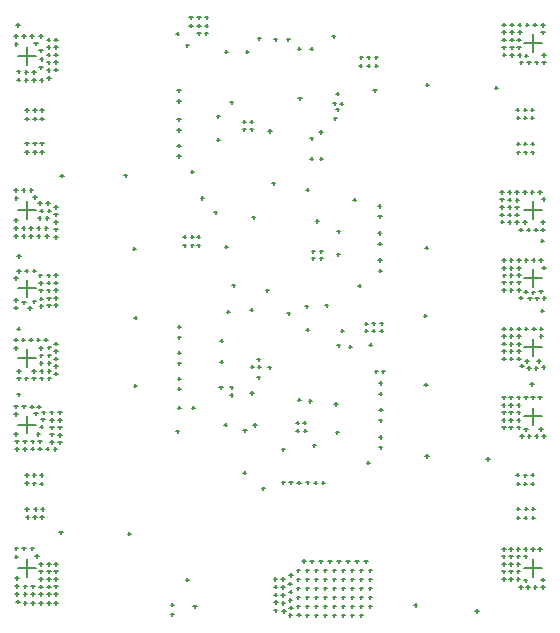
<source format=gbr>
%TF.GenerationSoftware,Altium Limited,Altium Designer,20.2.3 (150)*%
G04 Layer_Color=128*
%FSLAX26Y26*%
%MOIN*%
%TF.SameCoordinates,1E0D65CC-F0FE-4DFC-A0D5-6D9DD74121E6*%
%TF.FilePolarity,Positive*%
%TF.FileFunction,Drillmap*%
%TF.Part,Single*%
G01*
G75*
%TA.AperFunction,NonConductor*%
%ADD57C,0.005000*%
D57*
X1433409Y2011432D02*
X1443409D01*
X1438409Y2006432D02*
Y2016432D01*
X968535Y1095311D02*
X978535D01*
X973535Y1090311D02*
Y1100311D01*
X1092000Y974000D02*
X1102000D01*
X1097000Y969000D02*
Y979000D01*
X1094000Y1008000D02*
X1104000D01*
X1099000Y1003000D02*
Y1013000D01*
X875000Y872000D02*
X885000D01*
X880000Y867000D02*
Y877000D01*
X970000Y1025765D02*
X980000D01*
X975000Y1020765D02*
Y1030765D01*
X1092910Y1033505D02*
X1102910D01*
X1097910Y1028505D02*
Y1038505D01*
X991000Y1192000D02*
X1001000D01*
X996000Y1187000D02*
Y1197000D01*
X1071000Y1009000D02*
X1081000D01*
X1076000Y1004000D02*
Y1014000D01*
X825087Y1711000D02*
X836898D01*
X830992Y1705094D02*
Y1716906D01*
X825087Y1746000D02*
X836898D01*
X830992Y1740094D02*
Y1751906D01*
X825087Y1833000D02*
X836898D01*
X830992Y1827094D02*
Y1838906D01*
X825087Y1930000D02*
X836898D01*
X830992Y1924094D02*
Y1935906D01*
X827000Y872000D02*
X837000D01*
X832000Y867000D02*
Y877000D01*
X823212Y794248D02*
X833212D01*
X828212Y789248D02*
Y799248D01*
X825087Y1895000D02*
X836898D01*
X830992Y1889094D02*
Y1900906D01*
X825087Y1798000D02*
X836898D01*
X830992Y1792094D02*
Y1803906D01*
X827992Y1107000D02*
X837992D01*
X832992Y1102000D02*
Y1112000D01*
X854441Y2081245D02*
X864441D01*
X859441Y2076245D02*
Y2086245D01*
X823254Y2118822D02*
X833254D01*
X828254Y2113822D02*
Y2123822D01*
X985000Y2058008D02*
X995000D01*
X990000Y2053008D02*
Y2063008D01*
X892095Y2120000D02*
X903905D01*
X898000Y2114095D02*
Y2125905D01*
X917095Y2120000D02*
X928905D01*
X923000Y2114095D02*
Y2125905D01*
X866095Y2146000D02*
X877905D01*
X872000Y2140095D02*
Y2151905D01*
X892095Y2146000D02*
X903905D01*
X898000Y2140095D02*
Y2151905D01*
X918095Y2146000D02*
X929905D01*
X924000Y2140095D02*
Y2151905D01*
X865095Y2173000D02*
X876905D01*
X871000Y2167095D02*
Y2178905D01*
X892095Y2173000D02*
X903905D01*
X898000Y2167095D02*
Y2178905D01*
X918095Y2173000D02*
X929905D01*
X924000Y2167095D02*
Y2178905D01*
X1370652Y1128439D02*
X1380652D01*
X1375652Y1123439D02*
Y1133439D01*
X1128557Y1007171D02*
X1138557D01*
X1133557Y1002171D02*
Y1012171D01*
X1003141Y1891300D02*
X1013141D01*
X1008141Y1886300D02*
Y1896300D01*
X1129094Y1795000D02*
X1140906D01*
X1135000Y1789094D02*
Y1800906D01*
X1055000Y2058008D02*
X1065000D01*
X1060000Y2053008D02*
Y2063008D01*
X1076440Y1507737D02*
X1086440D01*
X1081440Y1502737D02*
Y1512737D01*
X1229094Y1903000D02*
X1240906D01*
X1235000Y1897094D02*
Y1908906D01*
X1345462Y1887735D02*
X1355462D01*
X1350462Y1882735D02*
Y1892735D01*
X1359000Y1080000D02*
X1369000D01*
X1364000Y1075000D02*
Y1085000D01*
X1001095Y915000D02*
X1012905D01*
X1007000Y909095D02*
Y920905D01*
X1001095Y939992D02*
X1012905D01*
X1007000Y934087D02*
Y945898D01*
X1069213Y920519D02*
X1081024D01*
X1075118Y914614D02*
Y926425D01*
X1307471Y622953D02*
X1319282D01*
X1313376Y617047D02*
Y628858D01*
X1281333Y622788D02*
X1293144D01*
X1287239Y616882D02*
Y628693D01*
X1254411Y623073D02*
X1266222D01*
X1260316Y617167D02*
Y628978D01*
X1226699Y622772D02*
X1238510D01*
X1232605Y616866D02*
Y628677D01*
X1200042Y623525D02*
X1211853D01*
X1205948Y617619D02*
Y629430D01*
X1173536Y623073D02*
X1185347D01*
X1179441Y617167D02*
Y628978D01*
X1494921Y1545000D02*
X1506732D01*
X1500827Y1539094D02*
Y1550906D01*
X1495921Y1364000D02*
X1507732D01*
X1501827Y1358094D02*
Y1369906D01*
X1494921Y1454000D02*
X1506732D01*
X1500827Y1448094D02*
Y1459906D01*
X904095Y1571984D02*
X915905D01*
X910000Y1566079D02*
Y1577890D01*
X949808Y1523156D02*
X959808D01*
X954808Y1518156D02*
Y1528156D01*
X1342000Y2111000D02*
X1352000D01*
X1347000Y2106000D02*
Y2116000D01*
X2039094Y299000D02*
X2050905D01*
X2045000Y293094D02*
Y304906D01*
X1981094Y297000D02*
X1992906D01*
X1987000Y291094D02*
Y302906D01*
X2039094Y274000D02*
X2050905D01*
X2045000Y268094D02*
Y279906D01*
X2014094Y274000D02*
X2025906D01*
X2020000Y268094D02*
Y279906D01*
X1990094Y274000D02*
X2001906D01*
X1996000Y268094D02*
Y279906D01*
X1966094Y274000D02*
X1977906D01*
X1972000Y268094D02*
Y279906D01*
X1957094Y302000D02*
X1968906D01*
X1963000Y296094D02*
Y307906D01*
X1933094Y302000D02*
X1944906D01*
X1939000Y296094D02*
Y307906D01*
X1957094Y327000D02*
X1968906D01*
X1963000Y321094D02*
Y332906D01*
X1933094Y327000D02*
X1944906D01*
X1939000Y321094D02*
Y332906D01*
X1957094Y352000D02*
X1968906D01*
X1963000Y346094D02*
Y357906D01*
X1933094Y352000D02*
X1944906D01*
X1939000Y346094D02*
Y357906D01*
X1981094Y377000D02*
X1992906D01*
X1987000Y371094D02*
Y382906D01*
X1957094Y377000D02*
X1968906D01*
X1963000Y371094D02*
Y382906D01*
X1933094Y377000D02*
X1944906D01*
X1939000Y371094D02*
Y382906D01*
X2029094Y402000D02*
X2040906D01*
X2035000Y396094D02*
Y407906D01*
X2005094Y402000D02*
X2016906D01*
X2011000Y396094D02*
Y407906D01*
X1981094Y402000D02*
X1992906D01*
X1987000Y396094D02*
Y407906D01*
X1957094Y402000D02*
X1968906D01*
X1963000Y396094D02*
Y407906D01*
X1933094Y402000D02*
X1944906D01*
X1939000Y396094D02*
Y407906D01*
X1908094Y377000D02*
X1919906D01*
X1914000Y371094D02*
Y382906D01*
X1908094Y327000D02*
X1919906D01*
X1914000Y321094D02*
Y332906D01*
X1908362Y302000D02*
X1920173D01*
X1914268Y296094D02*
Y307906D01*
X1908362Y352000D02*
X1920173D01*
X1914268Y346094D02*
Y357906D01*
X2030094Y907000D02*
X2041906D01*
X2036000Y901095D02*
Y912905D01*
X2006094Y907000D02*
X2017906D01*
X2012000Y901095D02*
Y912905D01*
X1982094Y907000D02*
X1993906D01*
X1988000Y901095D02*
Y912905D01*
X2032094Y801000D02*
X2043906D01*
X2038000Y795095D02*
Y806905D01*
X1982094Y800000D02*
X1993906D01*
X1988000Y794095D02*
Y805905D01*
X2043094Y778000D02*
X2054905D01*
X2049000Y772095D02*
Y783905D01*
X2018094Y778000D02*
X2029906D01*
X2024000Y772095D02*
Y783905D01*
X1994094Y778000D02*
X2005906D01*
X2000000Y772095D02*
Y783905D01*
X1970094Y778000D02*
X1981906D01*
X1976000Y772095D02*
Y783905D01*
X1958094Y807000D02*
X1969906D01*
X1964000Y801095D02*
Y812905D01*
X1958094Y832000D02*
X1969906D01*
X1964000Y826095D02*
Y837905D01*
X1958094Y857000D02*
X1969906D01*
X1964000Y851095D02*
Y862905D01*
X1958094Y882000D02*
X1969906D01*
X1964000Y876095D02*
Y887905D01*
X1958094Y907000D02*
X1969906D01*
X1964000Y901095D02*
Y912905D01*
X1933094Y907000D02*
X1944906D01*
X1939000Y901095D02*
Y912905D01*
X1933094Y882000D02*
X1944906D01*
X1939000Y876095D02*
Y887905D01*
X1933094Y857000D02*
X1944906D01*
X1939000Y851095D02*
Y862905D01*
X1933094Y832000D02*
X1944906D01*
X1939000Y826095D02*
Y837905D01*
X1933094Y807000D02*
X1944906D01*
X1939000Y801095D02*
Y812905D01*
X1908094Y832000D02*
X1919906D01*
X1914000Y826095D02*
Y837905D01*
X1908094Y882000D02*
X1919906D01*
X1914000Y876095D02*
Y887905D01*
X1908362Y807000D02*
X1920173D01*
X1914268Y801095D02*
Y812905D01*
X1908362Y907000D02*
X1920173D01*
X1914268Y901095D02*
Y912905D01*
X2026507Y1028761D02*
X2038318D01*
X2032413Y1022855D02*
Y1034666D01*
X1986288Y1028812D02*
X1998099D01*
X1992194Y1022906D02*
Y1034717D01*
X2041239Y1008319D02*
X2053050D01*
X2047145Y1002414D02*
Y1014225D01*
X2017267Y1005244D02*
X2029078D01*
X2023172Y999338D02*
Y1011149D01*
X1992112Y1005409D02*
X2003924D01*
X1998018Y999503D02*
Y1011314D01*
X2034094Y1112000D02*
X2045906D01*
X2040000Y1106094D02*
Y1117906D01*
X1968541Y1012414D02*
X1980352D01*
X1974447Y1006509D02*
Y1018320D01*
X1960094Y1036000D02*
X1971906D01*
X1966000Y1030094D02*
Y1041906D01*
X1934094Y1036000D02*
X1945906D01*
X1940000Y1030094D02*
Y1041906D01*
X1959094Y1061000D02*
X1970906D01*
X1965000Y1055094D02*
Y1066906D01*
X1934094Y1061000D02*
X1945906D01*
X1940000Y1055094D02*
Y1066906D01*
X1959094Y1085000D02*
X1970906D01*
X1965000Y1079094D02*
Y1090906D01*
X1934094Y1085000D02*
X1945906D01*
X1940000Y1079094D02*
Y1090906D01*
X1959094Y1111000D02*
X1970906D01*
X1965000Y1105094D02*
Y1116906D01*
X1934094Y1111000D02*
X1945906D01*
X1940000Y1105094D02*
Y1116906D01*
X2034094Y1136000D02*
X2045906D01*
X2040000Y1130094D02*
Y1141906D01*
X2009094Y1136000D02*
X2020906D01*
X2015000Y1130094D02*
Y1141906D01*
X1984094Y1136000D02*
X1995906D01*
X1990000Y1130094D02*
Y1141906D01*
X1959094Y1136000D02*
X1970906D01*
X1965000Y1130094D02*
Y1141906D01*
X1934094Y1136000D02*
X1945906D01*
X1940000Y1130094D02*
Y1141906D01*
X1909094Y1061000D02*
X1920906D01*
X1915000Y1055094D02*
Y1066906D01*
X1909094Y1111000D02*
X1920906D01*
X1915000Y1105094D02*
Y1116906D01*
X1909362Y1036000D02*
X1921173D01*
X1915268Y1030094D02*
Y1041906D01*
X1909362Y1136000D02*
X1921173D01*
X1915268Y1130094D02*
Y1141906D01*
X1909362Y1086000D02*
X1921173D01*
X1915268Y1080094D02*
Y1091906D01*
X2042094Y1339000D02*
X2053905D01*
X2048000Y1333094D02*
Y1344906D01*
X2032094Y1260000D02*
X2043906D01*
X2038000Y1254094D02*
Y1265906D01*
X2007094Y1257000D02*
X2018906D01*
X2013000Y1251094D02*
Y1262906D01*
X2044094Y1238000D02*
X2055905D01*
X2050000Y1232094D02*
Y1243906D01*
X2020094Y1237000D02*
X2031906D01*
X2026000Y1231094D02*
Y1242906D01*
X1995094Y1237000D02*
X2006906D01*
X2001000Y1231094D02*
Y1242906D01*
X1983094Y1259000D02*
X1994906D01*
X1989000Y1253094D02*
Y1264906D01*
X1966094Y1239000D02*
X1977906D01*
X1972000Y1233094D02*
Y1244906D01*
X1959094Y1264000D02*
X1970906D01*
X1965000Y1258094D02*
Y1269906D01*
X1934094Y1264000D02*
X1945906D01*
X1940000Y1258094D02*
Y1269906D01*
X1959094Y1290000D02*
X1970906D01*
X1965000Y1284094D02*
Y1295906D01*
X1934094Y1290000D02*
X1945906D01*
X1940000Y1284094D02*
Y1295906D01*
X1959094Y1314000D02*
X1970906D01*
X1965000Y1308094D02*
Y1319906D01*
X1934094Y1314000D02*
X1945906D01*
X1940000Y1308094D02*
Y1319906D01*
X1959094Y1338000D02*
X1970906D01*
X1965000Y1332094D02*
Y1343906D01*
X1934094Y1338000D02*
X1945906D01*
X1940000Y1332094D02*
Y1343906D01*
X2032094Y1364000D02*
X2043906D01*
X2038000Y1358094D02*
Y1369906D01*
X2008094Y1364000D02*
X2019906D01*
X2014000Y1358094D02*
Y1369906D01*
X1984094Y1364000D02*
X1995906D01*
X1990000Y1358094D02*
Y1369906D01*
X1959094Y1364000D02*
X1970906D01*
X1965000Y1358094D02*
Y1369906D01*
X1934094Y1364000D02*
X1945906D01*
X1940000Y1358094D02*
Y1369906D01*
X1909094Y1290000D02*
X1920906D01*
X1915000Y1284094D02*
Y1295906D01*
X1910094Y1338000D02*
X1921906D01*
X1916000Y1332094D02*
Y1343906D01*
X1909362Y1364000D02*
X1921173D01*
X1915268Y1358094D02*
Y1369906D01*
X1909362Y1264000D02*
X1921173D01*
X1915268Y1258094D02*
Y1269906D01*
X2041094Y1568000D02*
X2052905D01*
X2047000Y1562094D02*
Y1573906D01*
X1979094Y1491000D02*
X1990906D01*
X1985000Y1485094D02*
Y1496906D01*
X2040094Y1492000D02*
X2051905D01*
X2046000Y1486094D02*
Y1497906D01*
X2040094Y1466000D02*
X2051905D01*
X2046000Y1460094D02*
Y1471906D01*
X2015094Y1466000D02*
X2026906D01*
X2021000Y1460094D02*
Y1471906D01*
X1991094Y1466000D02*
X2002906D01*
X1997000Y1460094D02*
Y1471906D01*
X1966094Y1466000D02*
X1977906D01*
X1972000Y1460094D02*
Y1471906D01*
X1953094Y1491000D02*
X1964906D01*
X1959000Y1485094D02*
Y1496906D01*
X1928094Y1492000D02*
X1939906D01*
X1934000Y1486094D02*
Y1497906D01*
X1953094Y1516000D02*
X1964906D01*
X1959000Y1510094D02*
Y1521906D01*
X1928094Y1516000D02*
X1939906D01*
X1934000Y1510094D02*
Y1521906D01*
X1953094Y1540000D02*
X1964906D01*
X1959000Y1534094D02*
Y1545906D01*
X1928094Y1541000D02*
X1939906D01*
X1934000Y1535094D02*
Y1546906D01*
X1954094Y1565000D02*
X1965906D01*
X1960000Y1559094D02*
Y1570906D01*
X1928094Y1566000D02*
X1939906D01*
X1934000Y1560094D02*
Y1571906D01*
X2029094Y1592000D02*
X2040906D01*
X2035000Y1586094D02*
Y1597906D01*
X2004094Y1592000D02*
X2015906D01*
X2010000Y1586094D02*
Y1597906D01*
X1979094Y1592000D02*
X1990906D01*
X1985000Y1586094D02*
Y1597906D01*
X1953094Y1592000D02*
X1964906D01*
X1959000Y1586094D02*
Y1597906D01*
X1928094Y1592000D02*
X1939906D01*
X1934000Y1586094D02*
Y1597906D01*
X1903094Y1516000D02*
X1914906D01*
X1909000Y1510094D02*
Y1521906D01*
X1903094Y1567000D02*
X1914906D01*
X1909000Y1561094D02*
Y1572906D01*
X1904142Y1492000D02*
X1914142D01*
X1909142Y1487000D02*
Y1497000D01*
X1903236Y1542000D02*
X1915047D01*
X1909142Y1536094D02*
Y1547906D01*
X1903236Y1592000D02*
X1915047D01*
X1909142Y1586094D02*
Y1597906D01*
X1908362Y402000D02*
X1920173D01*
X1914268Y396094D02*
Y407906D01*
X2002075Y950868D02*
X2013886D01*
X2007980Y944962D02*
Y956773D01*
X2040094Y2123000D02*
X2051905D01*
X2046000Y2117095D02*
Y2128905D01*
X1984094Y2046000D02*
X1995906D01*
X1990000Y2040094D02*
Y2051905D01*
X2043094Y2048000D02*
X2054905D01*
X2049000Y2042094D02*
Y2053905D01*
X2043094Y2023000D02*
X2054905D01*
X2049000Y2017094D02*
Y2028906D01*
X2018094Y2023000D02*
X2029906D01*
X2024000Y2017094D02*
Y2028906D01*
X1993094Y2023000D02*
X2004906D01*
X1999000Y2017094D02*
Y2028906D01*
X1967094Y2023000D02*
X1978906D01*
X1973000Y2017094D02*
Y2028906D01*
X1961094Y2048000D02*
X1972906D01*
X1967000Y2042094D02*
Y2053905D01*
X1936094Y2048000D02*
X1947906D01*
X1942000Y2042094D02*
Y2053905D01*
X1960094Y2073000D02*
X1971906D01*
X1966000Y2067095D02*
Y2078905D01*
X1935094Y2073000D02*
X1946906D01*
X1941000Y2067095D02*
Y2078905D01*
X1959094Y2099000D02*
X1970906D01*
X1965000Y2093095D02*
Y2104905D01*
X1935094Y2099000D02*
X1946906D01*
X1941000Y2093095D02*
Y2104905D01*
X1962094Y2124000D02*
X1973906D01*
X1968000Y2118095D02*
Y2129905D01*
X1935094Y2124000D02*
X1946906D01*
X1941000Y2118095D02*
Y2129905D01*
X2039094Y2148000D02*
X2050905D01*
X2045000Y2142095D02*
Y2153905D01*
X2013094Y2149000D02*
X2024906D01*
X2019000Y2143095D02*
Y2154905D01*
X1987094Y2149000D02*
X1998906D01*
X1993000Y2143095D02*
Y2154905D01*
X1961094Y2149000D02*
X1972906D01*
X1967000Y2143095D02*
Y2154905D01*
X1935094Y2149000D02*
X1946906D01*
X1941000Y2143095D02*
Y2154905D01*
X1909094Y2073000D02*
X1920906D01*
X1915000Y2067095D02*
Y2078905D01*
X1910094Y2124000D02*
X1921906D01*
X1916000Y2118095D02*
Y2129905D01*
X1909362Y2149000D02*
X1921173D01*
X1915268Y2143095D02*
Y2154905D01*
X1909362Y2099000D02*
X1921173D01*
X1915268Y2093095D02*
Y2104905D01*
X352094Y378000D02*
X363906D01*
X358000Y372094D02*
Y383906D01*
X337094Y403000D02*
X348906D01*
X343000Y397094D02*
Y408906D01*
X310094Y403000D02*
X321906D01*
X316000Y397094D02*
Y408906D01*
X284094Y403000D02*
X295906D01*
X290000Y397094D02*
Y408906D01*
X284094Y376000D02*
X295906D01*
X290000Y370094D02*
Y381906D01*
X286094Y304000D02*
X297906D01*
X292000Y298094D02*
Y309906D01*
X289094Y226000D02*
X300906D01*
X295000Y220095D02*
Y231905D01*
X286094Y252000D02*
X297906D01*
X292000Y246095D02*
Y257906D01*
X286094Y278000D02*
X297906D01*
X292000Y272094D02*
Y283906D01*
X314094Y277000D02*
X325906D01*
X320000Y271094D02*
Y282906D01*
X340094Y277000D02*
X351906D01*
X346000Y271094D02*
Y282906D01*
X340094Y251000D02*
X351906D01*
X346000Y245095D02*
Y256906D01*
X314094Y251000D02*
X325906D01*
X320000Y245095D02*
Y256906D01*
X314094Y221000D02*
X325906D01*
X320000Y215095D02*
Y226905D01*
X340094Y221000D02*
X351906D01*
X346000Y215095D02*
Y226905D01*
X366094Y221000D02*
X377906D01*
X372000Y215095D02*
Y226905D01*
X366094Y251000D02*
X377906D01*
X372000Y245095D02*
Y256906D01*
X366094Y276000D02*
X377906D01*
X372000Y270094D02*
Y281906D01*
X366094Y302000D02*
X377906D01*
X372000Y296094D02*
Y307906D01*
X366094Y327000D02*
X377906D01*
X372000Y321094D02*
Y332906D01*
X392094Y221000D02*
X403906D01*
X398000Y215095D02*
Y226905D01*
X392233Y251673D02*
X404044D01*
X398138Y245768D02*
Y257579D01*
X392094Y276000D02*
X403906D01*
X398000Y270094D02*
Y281906D01*
X392094Y302000D02*
X403906D01*
X398000Y296094D02*
Y307906D01*
X392094Y327000D02*
X403906D01*
X398000Y321094D02*
Y332906D01*
X366094Y352000D02*
X377906D01*
X372000Y346094D02*
Y357906D01*
X392094Y352000D02*
X403906D01*
X398000Y346094D02*
Y357906D01*
X416094Y327000D02*
X427906D01*
X422000Y321094D02*
Y332906D01*
X416094Y277000D02*
X427906D01*
X422000Y271094D02*
Y282906D01*
X416094Y221000D02*
X427906D01*
X422000Y215095D02*
Y226905D01*
X416095Y252000D02*
X427906D01*
X422000Y246095D02*
Y257906D01*
X416095Y302000D02*
X427906D01*
X422000Y296094D02*
Y307906D01*
X416095Y352000D02*
X427906D01*
X422000Y346094D02*
Y357906D01*
X1413000Y1565000D02*
X1423000D01*
X1418000Y1560000D02*
Y1570000D01*
X1479094Y1930000D02*
X1490906D01*
X1485000Y1924094D02*
Y1935906D01*
X1252385Y1210576D02*
X1262385D01*
X1257385Y1205576D02*
Y1215576D01*
X1192407Y1187208D02*
X1202407D01*
X1197407Y1182208D02*
Y1192208D01*
X1255386Y1598765D02*
X1265386D01*
X1260386Y1593765D02*
Y1603765D01*
X1274000Y1394000D02*
X1284000D01*
X1279000Y1389000D02*
Y1399000D01*
X1274000Y1370000D02*
X1284000D01*
X1279000Y1365000D02*
Y1375000D01*
X349094Y853000D02*
X360906D01*
X355000Y847095D02*
Y858905D01*
X359094Y876000D02*
X370906D01*
X365000Y870095D02*
Y881905D01*
X335094Y876000D02*
X346906D01*
X341000Y870095D02*
Y881905D01*
X309094Y877000D02*
X320906D01*
X315000Y871095D02*
Y882905D01*
X282094Y877000D02*
X293906D01*
X288000Y871095D02*
Y882905D01*
X283094Y851000D02*
X294906D01*
X289000Y845095D02*
Y856905D01*
X372094Y833000D02*
X383906D01*
X378000Y827095D02*
Y838905D01*
X368094Y809000D02*
X379906D01*
X374000Y803095D02*
Y814905D01*
X357094Y785000D02*
X368906D01*
X363000Y779095D02*
Y790905D01*
X282094Y784000D02*
X293906D01*
X288000Y778095D02*
Y789905D01*
X363094Y760000D02*
X374906D01*
X369000Y754095D02*
Y765905D01*
X338094Y760000D02*
X349906D01*
X344000Y754095D02*
Y765905D01*
X312094Y760000D02*
X323906D01*
X318000Y754095D02*
Y765905D01*
X286094Y760000D02*
X297906D01*
X292000Y754095D02*
Y765905D01*
X286094Y735000D02*
X297906D01*
X292000Y729095D02*
Y740905D01*
X312094Y735000D02*
X323906D01*
X318000Y729095D02*
Y740905D01*
X338094Y736000D02*
X349906D01*
X344000Y730095D02*
Y741905D01*
X363094Y736000D02*
X374906D01*
X369000Y730095D02*
Y741905D01*
X414094Y735000D02*
X425906D01*
X420000Y729095D02*
Y740905D01*
X388094Y736000D02*
X399906D01*
X394000Y730095D02*
Y741905D01*
X402094Y758000D02*
X413906D01*
X408000Y752095D02*
Y763905D01*
X402094Y783000D02*
X413906D01*
X408000Y777095D02*
Y788905D01*
X402094Y807000D02*
X413906D01*
X408000Y801095D02*
Y812905D01*
X402094Y831000D02*
X413906D01*
X408000Y825095D02*
Y836905D01*
X401094Y857000D02*
X412906D01*
X407000Y851095D02*
Y862905D01*
X374933Y857028D02*
X386744D01*
X380839Y851123D02*
Y862934D01*
X430094Y782000D02*
X441906D01*
X436000Y776095D02*
Y787905D01*
X430094Y832000D02*
X441906D01*
X436000Y826095D02*
Y837905D01*
X429685Y757000D02*
X441496D01*
X435590Y751095D02*
Y762905D01*
X429685Y807000D02*
X441496D01*
X435590Y801095D02*
Y812905D01*
X429685Y857000D02*
X441496D01*
X435590Y851095D02*
Y862905D01*
X383094Y1099000D02*
X394906D01*
X389000Y1093094D02*
Y1104906D01*
X357094Y1099000D02*
X368906D01*
X363000Y1093094D02*
Y1104906D01*
X332094Y1099000D02*
X343906D01*
X338000Y1093094D02*
Y1104906D01*
X307094Y1099000D02*
X318906D01*
X313000Y1093094D02*
Y1104906D01*
X282094Y1099000D02*
X293906D01*
X288000Y1093094D02*
Y1104906D01*
X283094Y1072000D02*
X294906D01*
X289000Y1066094D02*
Y1077906D01*
X283094Y1072000D02*
X294906D01*
X289000Y1066094D02*
Y1077906D01*
X394094Y1073000D02*
X405906D01*
X400000Y1067094D02*
Y1078906D01*
X366094Y1072000D02*
X377906D01*
X372000Y1066094D02*
Y1077906D01*
X366094Y1072000D02*
X377906D01*
X372000Y1066094D02*
Y1077906D01*
X394094Y1047000D02*
X405906D01*
X400000Y1041094D02*
Y1052906D01*
X367094Y1047000D02*
X378906D01*
X373000Y1041094D02*
Y1052906D01*
X394094Y1021000D02*
X405906D01*
X400000Y1015095D02*
Y1026906D01*
X367094Y1021000D02*
X378906D01*
X373000Y1015095D02*
Y1026906D01*
X394094Y995000D02*
X405906D01*
X400000Y989095D02*
Y1000905D01*
X368094Y995000D02*
X379906D01*
X374000Y989095D02*
Y1000905D01*
X342094Y995000D02*
X353906D01*
X348000Y989095D02*
Y1000905D01*
X293094Y995000D02*
X304906D01*
X299000Y989095D02*
Y1000905D01*
X292094Y970000D02*
X303906D01*
X298000Y964095D02*
Y975905D01*
X317094Y970000D02*
X328906D01*
X323000Y964095D02*
Y975905D01*
X342094Y970000D02*
X353906D01*
X348000Y964095D02*
Y975905D01*
X368094Y970000D02*
X379906D01*
X374000Y964095D02*
Y975905D01*
X394094Y970000D02*
X405906D01*
X400000Y964095D02*
Y975905D01*
X416094Y1011000D02*
X427906D01*
X422000Y1005095D02*
Y1016905D01*
X416094Y1061000D02*
X427906D01*
X422000Y1055094D02*
Y1066906D01*
X416173Y986000D02*
X427984D01*
X422079Y980095D02*
Y991905D01*
X416173Y1036000D02*
X427984D01*
X422079Y1030094D02*
Y1041906D01*
X416173Y1086000D02*
X427984D01*
X422079Y1080094D02*
Y1091906D01*
X366094Y1288000D02*
X377906D01*
X372000Y1282094D02*
Y1293906D01*
X329094Y1204000D02*
X340906D01*
X335000Y1198094D02*
Y1209906D01*
X282094Y1206000D02*
X293906D01*
X288000Y1200094D02*
Y1211906D01*
X310094Y1223000D02*
X321906D01*
X316000Y1217094D02*
Y1228906D01*
X344094Y1227000D02*
X355906D01*
X350000Y1221094D02*
Y1232906D01*
X282094Y1232000D02*
X293906D01*
X288000Y1226094D02*
Y1237906D01*
X282094Y1304000D02*
X293906D01*
X288000Y1298094D02*
Y1309906D01*
X292094Y1328000D02*
X303906D01*
X298000Y1322094D02*
Y1333906D01*
X318094Y1329000D02*
X329906D01*
X324000Y1323094D02*
Y1334906D01*
X344094Y1329000D02*
X355906D01*
X350000Y1323094D02*
Y1334906D01*
X367094Y1212000D02*
X378906D01*
X373000Y1206094D02*
Y1217906D01*
X367094Y1236000D02*
X378906D01*
X373000Y1230094D02*
Y1241906D01*
X392094Y1213000D02*
X403906D01*
X398000Y1207094D02*
Y1218906D01*
X392094Y1237000D02*
X403906D01*
X398000Y1231094D02*
Y1242906D01*
X366094Y1263000D02*
X377906D01*
X372000Y1257094D02*
Y1268906D01*
X391094Y1263000D02*
X402906D01*
X397000Y1257094D02*
Y1268906D01*
X391094Y1289000D02*
X402906D01*
X397000Y1283094D02*
Y1294906D01*
X364094Y1313000D02*
X375906D01*
X370000Y1307094D02*
Y1318906D01*
X391094Y1313000D02*
X402906D01*
X397000Y1307094D02*
Y1318906D01*
X416094Y1289000D02*
X427906D01*
X422000Y1283094D02*
Y1294906D01*
X416094Y1238000D02*
X427906D01*
X422000Y1232094D02*
Y1243906D01*
X416095Y1214000D02*
X427906D01*
X422000Y1208094D02*
Y1219906D01*
X416095Y1264000D02*
X427906D01*
X422000Y1258094D02*
Y1269906D01*
X416095Y1314000D02*
X427906D01*
X422000Y1308094D02*
Y1319906D01*
X384094Y1471000D02*
X395906D01*
X390000Y1465094D02*
Y1476906D01*
X358094Y1471000D02*
X369906D01*
X364000Y1465094D02*
Y1476906D01*
X333094Y1471000D02*
X344906D01*
X339000Y1465094D02*
Y1476906D01*
X308094Y1471000D02*
X319906D01*
X314000Y1465094D02*
Y1476906D01*
X385094Y1444000D02*
X396906D01*
X391000Y1438094D02*
Y1449906D01*
X358094Y1444000D02*
X369906D01*
X364000Y1438094D02*
Y1449906D01*
X333094Y1444000D02*
X344906D01*
X339000Y1438094D02*
Y1449906D01*
X308094Y1444000D02*
X319906D01*
X314000Y1438094D02*
Y1449906D01*
X283094Y1444000D02*
X294906D01*
X289000Y1438094D02*
Y1449906D01*
X283094Y1471000D02*
X294906D01*
X289000Y1465094D02*
Y1476906D01*
X283094Y1498000D02*
X294906D01*
X289000Y1492094D02*
Y1503906D01*
X387094Y1504000D02*
X398906D01*
X393000Y1498094D02*
Y1509906D01*
X361094Y1504000D02*
X372906D01*
X367000Y1498094D02*
Y1509906D01*
X394094Y1529000D02*
X405906D01*
X400000Y1523094D02*
Y1534906D01*
X368094Y1529000D02*
X379906D01*
X374000Y1523094D02*
Y1534906D01*
X390094Y1554000D02*
X401906D01*
X396000Y1548094D02*
Y1559906D01*
X363094Y1555000D02*
X374906D01*
X369000Y1549094D02*
Y1560906D01*
X345094Y1574000D02*
X356906D01*
X351000Y1568094D02*
Y1579906D01*
X284094Y1571000D02*
X295906D01*
X290000Y1565094D02*
Y1576906D01*
X334094Y1598000D02*
X345906D01*
X340000Y1592094D02*
Y1603906D01*
X308094Y1598000D02*
X319906D01*
X314000Y1592094D02*
Y1603906D01*
X283094Y1598000D02*
X294906D01*
X289000Y1592094D02*
Y1603906D01*
X416094Y1517000D02*
X427906D01*
X422000Y1511094D02*
Y1522906D01*
X416094Y1467000D02*
X427906D01*
X422000Y1461094D02*
Y1472906D01*
X416095Y1442000D02*
X427906D01*
X422000Y1436094D02*
Y1447906D01*
X416095Y1492000D02*
X427906D01*
X422000Y1486094D02*
Y1497906D01*
X416095Y1542000D02*
X427906D01*
X422000Y1536094D02*
Y1547906D01*
X393094Y1971000D02*
X404906D01*
X399000Y1965094D02*
Y1976906D01*
X365094Y2007000D02*
X376906D01*
X371000Y2001094D02*
Y2012906D01*
X368094Y2035000D02*
X379906D01*
X374000Y2029094D02*
Y2040906D01*
X366094Y2063000D02*
X377906D01*
X372000Y2057095D02*
Y2068905D01*
X350094Y2087000D02*
X361906D01*
X356000Y2081095D02*
Y2092905D01*
X365094Y2111000D02*
X376906D01*
X371000Y2105095D02*
Y2116905D01*
X336094Y2111000D02*
X347906D01*
X342000Y2105095D02*
Y2116905D01*
X309094Y2111000D02*
X320906D01*
X315000Y2105095D02*
Y2116905D01*
X283094Y2111000D02*
X294906D01*
X289000Y2105095D02*
Y2116905D01*
X284094Y2085000D02*
X295906D01*
X290000Y2079095D02*
Y2090905D01*
X343094Y1992000D02*
X354906D01*
X349000Y1986094D02*
Y1997906D01*
X317094Y1992000D02*
X328906D01*
X323000Y1986094D02*
Y1997906D01*
X291094Y1993000D02*
X302906D01*
X297000Y1987094D02*
Y1998906D01*
X368094Y1964000D02*
X379906D01*
X374000Y1958094D02*
Y1969906D01*
X343094Y1964000D02*
X354906D01*
X349000Y1958094D02*
Y1969906D01*
X317094Y1965000D02*
X328906D01*
X323000Y1959094D02*
Y1970906D01*
X291094Y1966000D02*
X302906D01*
X297000Y1960094D02*
Y1971906D01*
X391094Y2099000D02*
X402906D01*
X397000Y2093095D02*
Y2104905D01*
X391094Y2074000D02*
X402906D01*
X397000Y2068095D02*
Y2079905D01*
X391094Y2049000D02*
X402906D01*
X397000Y2043094D02*
Y2054905D01*
X391094Y2023000D02*
X402906D01*
X397000Y2017094D02*
Y2028906D01*
X391094Y1998000D02*
X402906D01*
X397000Y1992094D02*
Y2003906D01*
X416094Y2024000D02*
X427906D01*
X422000Y2018094D02*
Y2029906D01*
X416094Y2074000D02*
X427906D01*
X422000Y2068095D02*
Y2079905D01*
X416095Y2099000D02*
X427906D01*
X422000Y2093095D02*
Y2104905D01*
X416095Y2049000D02*
X427906D01*
X422000Y2043094D02*
Y2054905D01*
X416095Y1999000D02*
X427906D01*
X422000Y1993094D02*
Y2004906D01*
X1982473Y2088000D02*
X2041527D01*
X2012000Y2058472D02*
Y2117528D01*
X1982473Y1532000D02*
X2041527D01*
X2012000Y1502473D02*
Y1561527D01*
X1982473Y1304000D02*
X2041527D01*
X2012000Y1274473D02*
Y1333527D01*
X1910268Y1314000D02*
X1920268D01*
X1915268Y1309000D02*
Y1319000D01*
X1982473Y1073000D02*
X2041527D01*
X2012000Y1043473D02*
Y1102527D01*
X1982473Y843000D02*
X2041527D01*
X2012000Y813472D02*
Y872528D01*
X1982473Y339000D02*
X2041527D01*
X2012000Y309473D02*
Y368527D01*
X295473Y339000D02*
X354527D01*
X325000Y309473D02*
Y368527D01*
X295473Y816000D02*
X354527D01*
X325000Y786472D02*
Y845528D01*
X295473Y1037000D02*
X354527D01*
X325000Y1007472D02*
Y1066527D01*
X295473Y1270000D02*
X354527D01*
X325000Y1240473D02*
Y1299527D01*
X295473Y1532000D02*
X354527D01*
X325000Y1502473D02*
Y1561527D01*
X295473Y2045000D02*
X354527D01*
X325000Y2015473D02*
Y2074528D01*
X1484000Y994000D02*
X1494000D01*
X1489000Y989000D02*
Y999000D01*
X1506787Y993000D02*
X1516787D01*
X1511787Y988000D02*
Y998000D01*
X1450721Y1152750D02*
X1460721D01*
X1455721Y1147750D02*
Y1157750D01*
X1429328Y1278537D02*
X1439328D01*
X1434328Y1273537D02*
Y1283537D01*
X1397000Y1075000D02*
X1407000D01*
X1402000Y1070000D02*
Y1080000D01*
X1044078Y1800830D02*
X1054078D01*
X1049078Y1795830D02*
Y1805830D01*
X1069000Y1801000D02*
X1079000D01*
X1074000Y1796000D02*
Y1806000D01*
X1069000Y1826000D02*
X1079000D01*
X1074000Y1821000D02*
Y1831000D01*
X1044000Y1826000D02*
X1054000D01*
X1049000Y1821000D02*
Y1831000D01*
X1246772Y796139D02*
X1256772D01*
X1251772Y791139D02*
Y801139D01*
X1246459Y821588D02*
X1256459D01*
X1251459Y816588D02*
Y826588D01*
X1223235Y795373D02*
X1233235D01*
X1228235Y790373D02*
Y800373D01*
X1223000Y822000D02*
X1233000D01*
X1228000Y817000D02*
Y827000D01*
X1498853Y865751D02*
X1510665D01*
X1504759Y859846D02*
Y871657D01*
X1301000Y1370000D02*
X1311000D01*
X1306000Y1365000D02*
Y1375000D01*
X1301000Y1394000D02*
X1311000D01*
X1306000Y1389000D02*
Y1399000D01*
X1502000Y1128000D02*
X1512000D01*
X1507000Y1123000D02*
Y1133000D01*
X1476000Y1128000D02*
X1486000D01*
X1481000Y1123000D02*
Y1133000D01*
X1451000Y1128000D02*
X1461000D01*
X1456000Y1123000D02*
Y1133000D01*
X1501809Y1153370D02*
X1511809D01*
X1506809Y1148370D02*
Y1158370D01*
X1475491Y1153060D02*
X1485491D01*
X1480491Y1148060D02*
Y1158060D01*
X893000Y1413000D02*
X903000D01*
X898000Y1408000D02*
Y1418000D01*
X871000Y1413000D02*
X881000D01*
X876000Y1408000D02*
Y1418000D01*
X846000Y1413000D02*
X856000D01*
X851000Y1408000D02*
Y1418000D01*
X893000Y1442000D02*
X903000D01*
X898000Y1437000D02*
Y1447000D01*
X871000Y1442000D02*
X881000D01*
X876000Y1437000D02*
Y1447000D01*
X846000Y1442000D02*
X856000D01*
X851000Y1437000D02*
Y1447000D01*
X1652005Y1405041D02*
X1662005D01*
X1657005Y1400041D02*
Y1410041D01*
X1884992Y1939000D02*
X1894992D01*
X1889992Y1934000D02*
Y1944000D01*
X1269000Y1702000D02*
X1279000D01*
X1274000Y1697000D02*
Y1707000D01*
X1269000Y1771000D02*
X1279000D01*
X1274000Y1766000D02*
Y1776000D01*
X1356000Y1867000D02*
X1366000D01*
X1361000Y1862000D02*
Y1872000D01*
X1369000Y1886000D02*
X1379000D01*
X1374000Y1881000D02*
Y1891000D01*
X1484000Y2012000D02*
X1494000D01*
X1489000Y2007000D02*
Y2017000D01*
X1459000Y2012000D02*
X1469000D01*
X1464000Y2007000D02*
Y2017000D01*
X1484000Y2040000D02*
X1494000D01*
X1489000Y2035000D02*
Y2045000D01*
X1459000Y2040000D02*
X1469000D01*
X1464000Y2035000D02*
Y2045000D01*
X1434000Y2040000D02*
X1444000D01*
X1439000Y2035000D02*
Y2045000D01*
X804000Y184000D02*
X814000D01*
X809000Y179000D02*
Y189000D01*
X853591Y299000D02*
X863591D01*
X858591Y294000D02*
Y304000D01*
X370094Y1724000D02*
X381906D01*
X376000Y1718094D02*
Y1729906D01*
X345094Y1724000D02*
X356906D01*
X351000Y1718094D02*
Y1729906D01*
X319094Y1724000D02*
X330906D01*
X325000Y1718094D02*
Y1729906D01*
X370094Y1753000D02*
X381906D01*
X376000Y1747094D02*
Y1758906D01*
X345094Y1753000D02*
X356906D01*
X351000Y1747094D02*
Y1758906D01*
X319094Y1753000D02*
X330906D01*
X325000Y1747094D02*
Y1758906D01*
X369094Y1836000D02*
X380906D01*
X375000Y1830094D02*
Y1841906D01*
X345094Y1836000D02*
X356906D01*
X351000Y1830094D02*
Y1841906D01*
X320094Y1836000D02*
X331906D01*
X326000Y1830094D02*
Y1841906D01*
X369094Y1865000D02*
X380906D01*
X375000Y1859094D02*
Y1870906D01*
X345094Y1865000D02*
X356906D01*
X351000Y1859094D02*
Y1870906D01*
X320094Y1865000D02*
X331906D01*
X326000Y1859094D02*
Y1870906D01*
X368094Y619000D02*
X379906D01*
X374000Y613095D02*
Y624905D01*
X344094Y620000D02*
X355906D01*
X350000Y614095D02*
Y625905D01*
X320094Y621000D02*
X331906D01*
X326000Y615095D02*
Y626905D01*
X368094Y648000D02*
X379906D01*
X374000Y642095D02*
Y653905D01*
X344094Y648000D02*
X355906D01*
X350000Y642095D02*
Y653905D01*
X320094Y648000D02*
X331906D01*
X326000Y642095D02*
Y653905D01*
X370094Y508000D02*
X381906D01*
X376000Y502094D02*
Y513905D01*
X346094Y508000D02*
X357906D01*
X352000Y502094D02*
Y513905D01*
X321094Y508000D02*
X332906D01*
X327000Y502094D02*
Y513905D01*
X371094Y535000D02*
X382906D01*
X377000Y529095D02*
Y540905D01*
X348094Y535000D02*
X359906D01*
X354000Y529095D02*
Y540905D01*
X320094Y535000D02*
X331906D01*
X326000Y529095D02*
Y540905D01*
X2007000Y506000D02*
X2017000D01*
X2012000Y501000D02*
Y511000D01*
X1983000Y506000D02*
X1993000D01*
X1988000Y501000D02*
Y511000D01*
X1957000Y506000D02*
X1967000D01*
X1962000Y501000D02*
Y511000D01*
X2007000Y535000D02*
X2017000D01*
X2012000Y530000D02*
Y540000D01*
X1984000Y535000D02*
X1994000D01*
X1989000Y530000D02*
Y540000D01*
X1957000Y535000D02*
X1967000D01*
X1962000Y530000D02*
Y540000D01*
X2006000Y619000D02*
X2016000D01*
X2011000Y614000D02*
Y624000D01*
X1981000Y619000D02*
X1991000D01*
X1986000Y614000D02*
Y624000D01*
X1957000Y619000D02*
X1967000D01*
X1962000Y614000D02*
Y624000D01*
X1980783Y647947D02*
X1990783D01*
X1985783Y642947D02*
Y652947D01*
X2006000Y648000D02*
X2016000D01*
X2011000Y643000D02*
Y653000D01*
X1956000Y648000D02*
X1966000D01*
X1961000Y643000D02*
Y653000D01*
X2006000Y1724000D02*
X2016000D01*
X2011000Y1719000D02*
Y1729000D01*
X1982000Y1724000D02*
X1992000D01*
X1987000Y1719000D02*
Y1729000D01*
X1958000Y1724000D02*
X1968000D01*
X1963000Y1719000D02*
Y1729000D01*
X2006000Y1752000D02*
X2016000D01*
X2011000Y1747000D02*
Y1757000D01*
X1981000Y1752000D02*
X1991000D01*
X1986000Y1747000D02*
Y1757000D01*
X1957000Y1752000D02*
X1967000D01*
X1962000Y1747000D02*
Y1757000D01*
X2005000Y1838000D02*
X2015000D01*
X2010000Y1833000D02*
Y1843000D01*
X1981000Y1838000D02*
X1991000D01*
X1986000Y1833000D02*
Y1843000D01*
X1957000Y1838000D02*
X1967000D01*
X1962000Y1833000D02*
Y1843000D01*
X2004000Y1865000D02*
X2014000D01*
X2009000Y1860000D02*
Y1870000D01*
X1981000Y1865000D02*
X1991000D01*
X1986000Y1860000D02*
Y1870000D01*
X1956000Y1865000D02*
X1966000D01*
X1961000Y1860000D02*
Y1870000D01*
X1347552Y1836698D02*
X1357552D01*
X1352552Y1831698D02*
Y1841698D01*
X1299094Y1791000D02*
X1310906D01*
X1305000Y1785094D02*
Y1796906D01*
X1045087Y797000D02*
X1056898D01*
X1050992Y791095D02*
Y802905D01*
X1227000Y899000D02*
X1237000D01*
X1232000Y894000D02*
Y904000D01*
X1264094Y894992D02*
X1275906D01*
X1270000Y889087D02*
Y900898D01*
X1319184Y1214272D02*
X1329184D01*
X1324184Y1209272D02*
Y1219272D01*
X827992Y1142000D02*
X837992D01*
X832992Y1137000D02*
Y1147000D01*
X804095Y216000D02*
X815905D01*
X810000Y210095D02*
Y221905D01*
X1356000Y1919000D02*
X1366000D01*
X1361000Y1914000D02*
Y1924000D01*
X1095000Y2103000D02*
X1105000D01*
X1100000Y2098000D02*
Y2108000D01*
X1349736Y883880D02*
X1361547D01*
X1355642Y877975D02*
Y889786D01*
X1175000Y733000D02*
X1185000D01*
X1180000Y728000D02*
Y738000D01*
X1227000Y2068000D02*
X1237000D01*
X1232000Y2063000D02*
Y2073000D01*
X1149000Y2100000D02*
X1159000D01*
X1154000Y2095000D02*
Y2105000D01*
X1009000Y1280008D02*
X1019000D01*
X1014000Y1275008D02*
Y1285008D01*
X983341Y815972D02*
X993341D01*
X988341Y810972D02*
Y820972D01*
X1107000Y603000D02*
X1117000D01*
X1112000Y598000D02*
Y608000D01*
X1191000Y2100000D02*
X1201000D01*
X1196000Y2095000D02*
Y2105000D01*
X1270000Y2068000D02*
X1280000D01*
X1275000Y2063000D02*
Y2073000D01*
X1287094Y1495000D02*
X1298906D01*
X1293000Y1489094D02*
Y1500906D01*
X984000Y1408000D02*
X994000D01*
X989000Y1403000D02*
Y1413000D01*
X660905Y452207D02*
X670905D01*
X665905Y447207D02*
Y457207D01*
X680636Y945787D02*
X690636D01*
X685636Y940787D02*
Y950787D01*
X677817Y1401642D02*
X687817D01*
X682817Y1396642D02*
Y1406642D01*
X681917Y1171726D02*
X691917D01*
X686917Y1166726D02*
Y1176726D01*
X1301405Y1702789D02*
X1311405D01*
X1306405Y1697789D02*
Y1707789D01*
X1141887Y1619915D02*
X1151887D01*
X1146887Y1614915D02*
Y1624915D01*
X292087Y1378000D02*
X303898D01*
X297992Y1372094D02*
Y1383906D01*
X649134Y1647255D02*
X659134D01*
X654134Y1642255D02*
Y1652255D01*
X871000Y1659000D02*
X881000D01*
X876000Y1654000D02*
Y1664000D01*
X435094Y1646000D02*
X446906D01*
X441000Y1640094D02*
Y1651906D01*
X958000Y1765000D02*
X968000D01*
X963000Y1760000D02*
Y1770000D01*
X290087Y2148000D02*
X301898D01*
X295992Y2142095D02*
Y2153905D01*
X957000Y1844000D02*
X967000D01*
X962000Y1839000D02*
Y1849000D01*
X1225839Y182378D02*
X1237650D01*
X1231744Y176473D02*
Y188284D01*
X1197094Y181000D02*
X1208906D01*
X1203000Y175095D02*
Y186905D01*
X1199094Y206000D02*
X1210906D01*
X1205000Y200095D02*
Y211905D01*
X1176094Y195000D02*
X1187906D01*
X1182000Y189095D02*
Y200905D01*
X1148094Y197000D02*
X1159906D01*
X1154000Y191095D02*
Y202905D01*
X1174094Y221000D02*
X1185906D01*
X1180000Y215095D02*
Y226905D01*
X1149094Y224000D02*
X1160906D01*
X1155000Y218095D02*
Y229905D01*
X1197094Y231000D02*
X1208906D01*
X1203000Y225095D02*
Y236905D01*
X1198094Y259000D02*
X1209906D01*
X1204000Y253095D02*
Y264906D01*
X1173094Y248000D02*
X1184906D01*
X1179000Y242095D02*
Y253905D01*
X1148094Y249000D02*
X1159906D01*
X1154000Y243095D02*
Y254905D01*
X1173094Y274000D02*
X1184906D01*
X1179000Y268094D02*
Y279906D01*
X1148094Y276000D02*
X1159906D01*
X1154000Y270094D02*
Y281906D01*
X1196094Y286000D02*
X1207906D01*
X1202000Y280094D02*
Y291906D01*
X1199094Y315000D02*
X1210906D01*
X1205000Y309094D02*
Y320906D01*
X1172094Y302000D02*
X1183906D01*
X1178000Y296094D02*
Y307906D01*
X1147094Y302000D02*
X1158906D01*
X1153000Y296094D02*
Y307906D01*
X2037000Y1196000D02*
X2047000D01*
X2042000Y1191000D02*
Y1201000D01*
X2038000Y1429000D02*
X2048000D01*
X2043000Y1424000D02*
Y1434000D01*
X1358000Y1383000D02*
X1368000D01*
X1363000Y1378000D02*
Y1388000D01*
X1359000Y1461000D02*
X1369000D01*
X1364000Y1456000D02*
Y1466000D01*
X1647000Y1178000D02*
X1657000D01*
X1652000Y1173000D02*
Y1183000D01*
X1910535Y2048000D02*
X1920535D01*
X1915535Y2043000D02*
Y2053000D01*
X1654162Y1948125D02*
X1664162D01*
X1659162Y1943125D02*
Y1953125D01*
X1497102Y1329000D02*
X1508913D01*
X1503008Y1323094D02*
Y1334906D01*
X1496102Y1419000D02*
X1507913D01*
X1502008Y1413094D02*
Y1424906D01*
X1496102Y1510000D02*
X1507913D01*
X1502008Y1504094D02*
Y1515906D01*
X1648337Y949567D02*
X1660148D01*
X1654243Y943662D02*
Y955472D01*
X1069000Y1199000D02*
X1079000D01*
X1074000Y1194000D02*
Y1204000D01*
X1120898Y1264102D02*
X1130898D01*
X1125898Y1259102D02*
Y1269102D01*
X1256000Y1132000D02*
X1266000D01*
X1261000Y1127000D02*
Y1137000D01*
X1277000Y747850D02*
X1287000D01*
X1282000Y742850D02*
Y752850D01*
X433094Y457000D02*
X444906D01*
X439000Y451094D02*
Y462906D01*
X291087Y917000D02*
X302898D01*
X296992Y911095D02*
Y922905D01*
X828000Y969378D02*
X838000D01*
X833000Y964378D02*
Y974378D01*
X827992Y1056000D02*
X837992D01*
X832992Y1051000D02*
Y1061000D01*
X291087Y1136000D02*
X302898D01*
X296992Y1130094D02*
Y1141906D01*
X827992Y935000D02*
X837992D01*
X832992Y930000D02*
Y940000D01*
X827992Y1021000D02*
X837992D01*
X832992Y1016000D02*
Y1026000D01*
X1466000Y1082000D02*
X1476000D01*
X1471000Y1077000D02*
Y1087000D01*
X1045719Y655108D02*
X1055719D01*
X1050719Y650108D02*
Y660108D01*
X1079702Y814226D02*
X1091513D01*
X1085607Y808321D02*
Y820132D01*
X1614214Y214706D02*
X1626025D01*
X1620119Y208801D02*
Y220612D01*
X966095Y939992D02*
X977905D01*
X972000Y934087D02*
Y945898D01*
X1819094Y195000D02*
X1830906D01*
X1825000Y189095D02*
Y200905D01*
X1457094Y689000D02*
X1468906D01*
X1463000Y683095D02*
Y694905D01*
X1855094Y701000D02*
X1866906D01*
X1861000Y695095D02*
Y706905D01*
X1653094Y712000D02*
X1664906D01*
X1659000Y706095D02*
Y717905D01*
X1498102Y775000D02*
X1509913D01*
X1504008Y769095D02*
Y780905D01*
X1354094Y790000D02*
X1365906D01*
X1360000Y784095D02*
Y795905D01*
X1908362Y857000D02*
X1920173D01*
X1914268Y851095D02*
Y862905D01*
X1498102Y954000D02*
X1509913D01*
X1504008Y948095D02*
Y959905D01*
X1498102Y919000D02*
X1509913D01*
X1504008Y913095D02*
Y924905D01*
X1498102Y830000D02*
X1509913D01*
X1504008Y824095D02*
Y835905D01*
X1498102Y740000D02*
X1509913D01*
X1504008Y734095D02*
Y745905D01*
X879102Y210000D02*
X890913D01*
X885008Y204095D02*
Y215905D01*
X1434094Y180000D02*
X1445906D01*
X1440000Y174095D02*
Y185905D01*
X1404094Y180000D02*
X1415906D01*
X1410000Y174095D02*
Y185905D01*
X1374094Y180000D02*
X1385906D01*
X1380000Y174095D02*
Y185905D01*
X1344094Y180000D02*
X1355906D01*
X1350000Y174095D02*
Y185905D01*
X1314094Y180000D02*
X1325906D01*
X1320000Y174095D02*
Y185905D01*
X1284094Y180000D02*
X1295906D01*
X1290000Y174095D02*
Y185905D01*
X1254094Y180000D02*
X1265906D01*
X1260000Y174095D02*
Y185905D01*
X1464094Y210000D02*
X1475906D01*
X1470000Y204095D02*
Y215905D01*
X1434094Y210000D02*
X1445906D01*
X1440000Y204095D02*
Y215905D01*
X1404094Y210000D02*
X1415906D01*
X1410000Y204095D02*
Y215905D01*
X1374094Y210000D02*
X1385906D01*
X1380000Y204095D02*
Y215905D01*
X1344094Y210000D02*
X1355906D01*
X1350000Y204095D02*
Y215905D01*
X1314094Y210000D02*
X1325906D01*
X1320000Y204095D02*
Y215905D01*
X1284094Y210000D02*
X1295906D01*
X1290000Y204095D02*
Y215905D01*
X1254094Y210000D02*
X1265906D01*
X1260000Y204095D02*
Y215905D01*
X1224094Y210000D02*
X1235906D01*
X1230000Y204095D02*
Y215905D01*
X1464094Y240000D02*
X1475906D01*
X1470000Y234095D02*
Y245905D01*
X1434094Y240000D02*
X1445906D01*
X1440000Y234095D02*
Y245905D01*
X1404094Y240000D02*
X1415906D01*
X1410000Y234095D02*
Y245905D01*
X1374094Y240000D02*
X1385906D01*
X1380000Y234095D02*
Y245905D01*
X1344094Y240000D02*
X1355906D01*
X1350000Y234095D02*
Y245905D01*
X1314094Y240000D02*
X1325906D01*
X1320000Y234095D02*
Y245905D01*
X1284094Y240000D02*
X1295906D01*
X1290000Y234095D02*
Y245905D01*
X1254094Y240000D02*
X1265906D01*
X1260000Y234095D02*
Y245905D01*
X1224094Y240000D02*
X1235906D01*
X1230000Y234095D02*
Y245905D01*
X1464094Y270000D02*
X1475906D01*
X1470000Y264094D02*
Y275906D01*
X1434094Y270000D02*
X1445906D01*
X1440000Y264094D02*
Y275906D01*
X1404094Y270000D02*
X1415906D01*
X1410000Y264094D02*
Y275906D01*
X1374094Y270000D02*
X1385906D01*
X1380000Y264094D02*
Y275906D01*
X1344094Y270000D02*
X1355906D01*
X1350000Y264094D02*
Y275906D01*
X1314094Y270000D02*
X1325906D01*
X1320000Y264094D02*
Y275906D01*
X1284094Y270000D02*
X1295906D01*
X1290000Y264094D02*
Y275906D01*
X1254094Y270000D02*
X1265906D01*
X1260000Y264094D02*
Y275906D01*
X1224094Y270000D02*
X1235906D01*
X1230000Y264094D02*
Y275906D01*
X1464094Y300000D02*
X1475906D01*
X1470000Y294094D02*
Y305906D01*
X1434094Y300000D02*
X1445906D01*
X1440000Y294094D02*
Y305906D01*
X1404094Y300000D02*
X1415906D01*
X1410000Y294094D02*
Y305906D01*
X1374094Y300000D02*
X1385906D01*
X1380000Y294094D02*
Y305906D01*
X1344094Y300000D02*
X1355906D01*
X1350000Y294094D02*
Y305906D01*
X1314094Y300000D02*
X1325906D01*
X1320000Y294094D02*
Y305906D01*
X1284094Y300000D02*
X1295906D01*
X1290000Y294094D02*
Y305906D01*
X1254094Y300000D02*
X1265906D01*
X1260000Y294094D02*
Y305906D01*
X1224094Y300000D02*
X1235906D01*
X1230000Y294094D02*
Y305906D01*
X1464094Y330000D02*
X1475906D01*
X1470000Y324094D02*
Y335906D01*
X1434094Y330000D02*
X1445906D01*
X1440000Y324094D02*
Y335906D01*
X1404094Y330000D02*
X1415906D01*
X1410000Y324094D02*
Y335906D01*
X1374094Y330000D02*
X1385906D01*
X1380000Y324094D02*
Y335906D01*
X1344094Y330000D02*
X1355906D01*
X1350000Y324094D02*
Y335906D01*
X1314094Y330000D02*
X1325906D01*
X1320000Y324094D02*
Y335906D01*
X1284094Y330000D02*
X1295906D01*
X1290000Y324094D02*
Y335906D01*
X1254094Y330000D02*
X1265906D01*
X1260000Y324094D02*
Y335906D01*
X1224094Y330000D02*
X1235906D01*
X1230000Y324094D02*
Y335906D01*
X1449094Y360000D02*
X1460906D01*
X1455000Y354094D02*
Y365906D01*
X1419094Y360000D02*
X1430906D01*
X1425000Y354094D02*
Y365906D01*
X1389094Y360000D02*
X1400906D01*
X1395000Y354094D02*
Y365906D01*
X1359094Y360000D02*
X1370906D01*
X1365000Y354094D02*
Y365906D01*
X1329094Y360000D02*
X1340906D01*
X1335000Y354094D02*
Y365906D01*
X1299094Y360000D02*
X1310906D01*
X1305000Y354094D02*
Y365906D01*
X1269094Y360000D02*
X1280906D01*
X1275000Y354094D02*
Y365906D01*
X1243094Y362000D02*
X1254906D01*
X1249000Y356094D02*
Y367906D01*
%TF.MD5,8737193441298ced5bf40b202ab7112c*%
M02*

</source>
